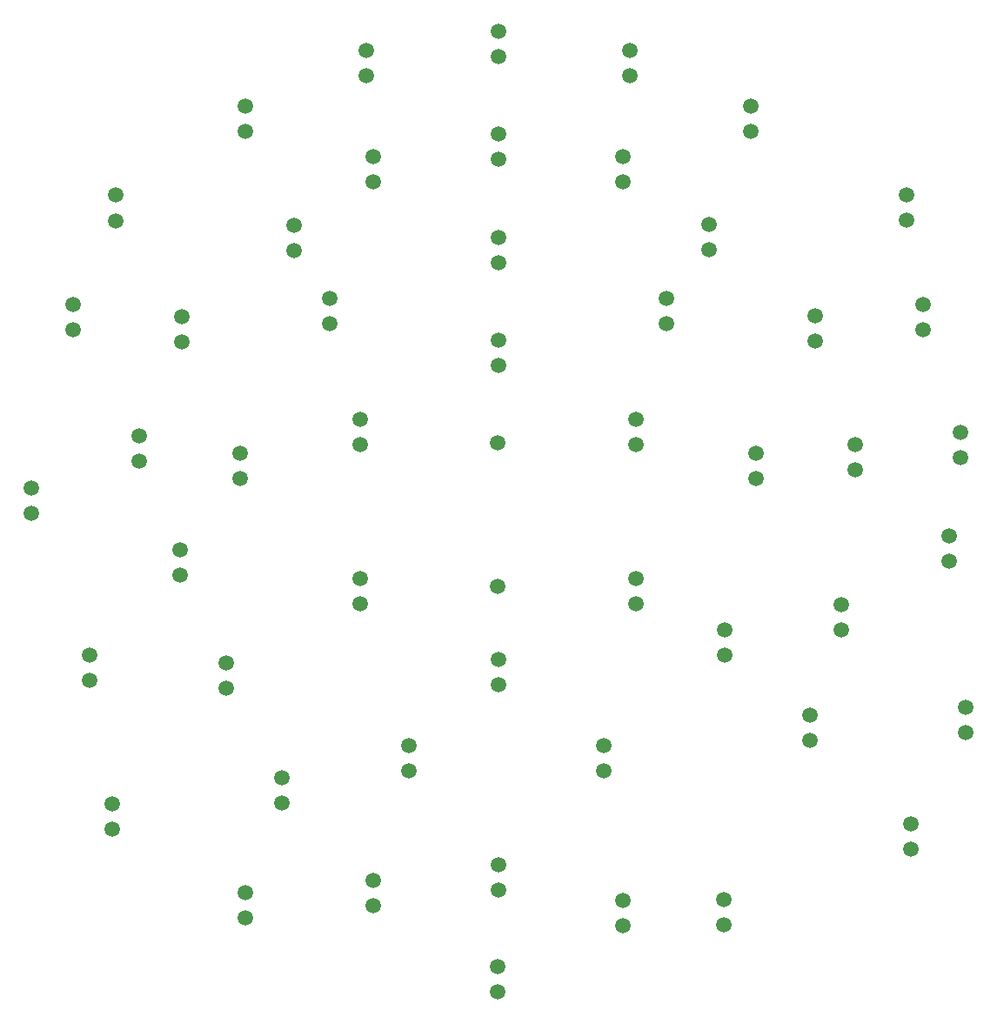
<source format=gbr>
G04 CAM350 V10.2.0 (Build 386) Date:  Sat Feb 01 15:24:05 2025 *
G04 Database: c:\users\comp1\desktop\ajinkya_\gerber data\round 10s 5p\round 10s5p.cam *
G04 Layer 51: Layer_51 *
%FSLAX24Y24*%
%MOIN*%
%SFA1.000B1.000*%

%MIA0B0*%
%IPPOS*%
%ADD26C,0.05906*%
%LNLayer_51*%
%LPD*%
G54D26*
X-4780Y13748D03*
Y12780D03*
X-7833Y11115D03*
Y10146D03*
X0Y14591D03*
Y13622D03*
X4780Y13748D03*
Y12780D03*
X8079Y11134D03*
Y10165D03*
X12144Y7626D03*
Y6658D03*
X17268Y-790D03*
Y-1759D03*
X4780Y-14752D03*
Y-15720D03*
X0Y-13391D03*
Y-14359D03*
X-4780Y-13984D03*
Y-14953D03*
X-8283Y-10068D03*
Y-11037D03*
X-15640Y-5372D03*
Y-6341D03*
X13141Y-3433D03*
Y-4402D03*
X-13764Y3042D03*
Y2073D03*
X-12105Y7603D03*
Y6634D03*
X-9878Y2356D03*
Y1388D03*
X-3433Y-8818D03*
Y-9786D03*
X4052Y-8828D03*
Y-9796D03*
X8696Y-4406D03*
Y-5375D03*
X9894Y2359D03*
Y1391D03*
X6446Y8297D03*
Y7328D03*
X0Y10634D03*
Y9666D03*
X-6453Y8305D03*
Y7337D03*
X0Y6717D03*
Y5748D03*
Y-5517D03*
Y-6486D03*
X-9683Y15685D03*
Y14717D03*
X-14659Y12254D03*
Y11286D03*
X-16293Y8060D03*
Y7092D03*
X-17881Y1035D03*
Y66D03*
X-14799Y-11063D03*
Y-12032D03*
X-9693Y-14450D03*
Y-15418D03*
X-13Y-17299D03*
Y-18267D03*
X8636Y-14743D03*
Y-15711D03*
X15823Y-11827D03*
Y-12796D03*
X17911Y-7365D03*
Y-8334D03*
X17730Y3170D03*
Y2201D03*
X16293Y8060D03*
Y7092D03*
X15640Y12264D03*
Y11295D03*
X9683Y15685D03*
Y14717D03*
X5046Y17803D03*
Y16834D03*
X0Y18528D03*
Y17559D03*
X-5046Y17803D03*
Y16834D03*
X5285Y3666D03*
Y2697D03*
Y-2437D03*
Y-3405D03*
X-5285Y-2437D03*
Y-3405D03*
Y3666D03*
Y2697D03*
X-33Y2763D03*
X-25Y-2739D03*
X-12179Y-1320D03*
Y-2289D03*
Y-1320D03*
Y-2289D03*
X13684Y2698D03*
Y1730D03*
X-10412Y-5661D03*
Y-6630D03*
X11951Y-7652D03*
Y-8621D03*
M02*

</source>
